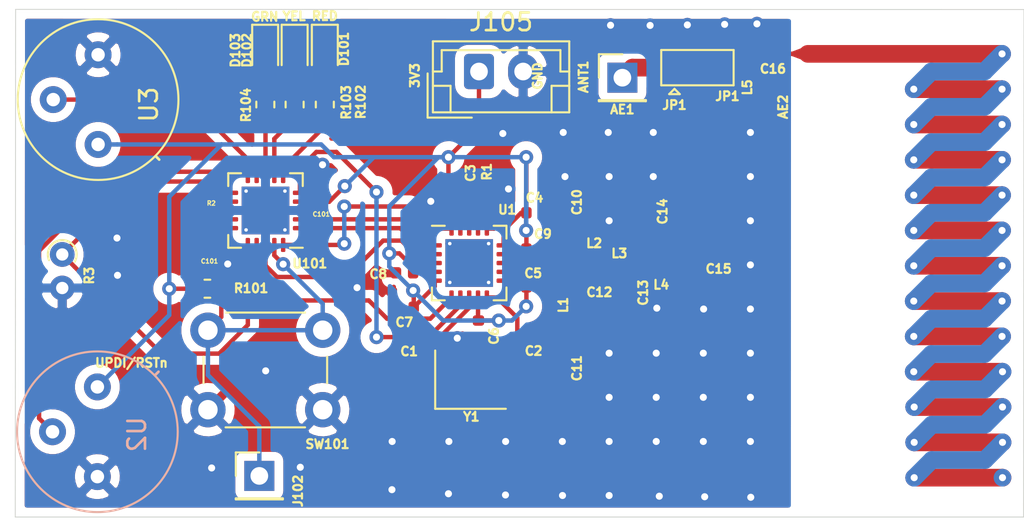
<source format=kicad_pcb>
(kicad_pcb (version 20171130) (host pcbnew "(5.1.5)-3")
  (layers (0 F.Cu signal) (31 B.Cu signal) (34 B.Paste user) (35 F.Paste user) (36 B.SilkS user) (37 F.SilkS user) (38 B.Mask user) (39 F.Mask user) (44 Edge.Cuts user))
  (net 0 "")
  (net 1 "Net-(AE1-Pad1)")
  (net 2 GND)
  (net 3 +3V3)
  (net 4 "Net-(C11-Pad1)")
  (net 5 "Net-(C13-Pad1)")
  (net 6 "Net-(AE2-Pad1)")
  (net 7 "Net-(C16-Pad2)")
  (net 8 /Sheet6001F837/Q1)
  (net 9 /Sheet6001F837/Q2)
  (net 10 /Sheet6001F837/RFN)
  (net 11 "Net-(C12-Pad1)")
  (net 12 /Sheet6001F837/RFP)
  (net 13 "Net-(C14-Pad2)")
  (net 14 "Net-(C15-Pad2)")
  (net 15 "Net-(D101-Pad2)")
  (net 16 "Net-(D102-Pad2)")
  (net 17 "Net-(D103-Pad2)")
  (net 18 /Sheet6001F810/RESETn_UPDI)
  (net 19 "Net-(R1-Pad2)")
  (net 20 /Sheet6001F810/RED)
  (net 21 /Sheet6001F810/YELLOW)
  (net 22 /Sheet6001F810/GREEN)
  (net 23 /Sheet6001F810/SCK)
  (net 24 /Sheet6001F810/MISO)
  (net 25 /Sheet6001F810/GDO2)
  (net 26 /Sheet6001F810/GDO0)
  (net 27 /Sheet6001F837/CSn)
  (net 28 /Sheet6001F810/MOSI)
  (net 29 /Sheet5FFE69EF/to_LDR)
  (net 30 /Sheet5FFE69EF/LDR)
  (net 31 /Sheet5FFE69EF/PIR_1)
  (net 32 /Sheet5FFE69EF/PIR_2)
  (net 33 "Net-(U101-Pad14)")
  (net 34 "Net-(U101-Pad13)")
  (net 35 "Net-(U101-Pad12)")
  (module Connector_JST:JST_EH_B2B-EH-A_1x02_P2.50mm_Vertical (layer F.Cu) (at 150.13 119.05)
    (fp_text reference J105 (at 1.25 -2.8) (layer F.SilkS))
    (fp_text value extenal_battery)
    (pad 2 thru_hole oval (at 2.5 0) (size 1.7 2) (drill 1) (layers *.Cu *.Mask) (net 2 GND))
    (pad 1 thru_hole roundrect (at 0 0) (size 1.7 2) (drill 1) (layers *.Cu *.Mask) (roundrect_rratio 0.147059) (net 3 +3V3))
  )
  (module Capacitor_SMD:C_0402_1005Metric (layer F.Cu) (at 141.2 125.94 90)
    (fp_text reference C101 (at -1.19 0) (layer F.SilkS) (effects (font (size 0.25 0.25) (thickness 0.0625))))
    (fp_text value "0.1uF, 10V")
    (pad 2 smd roundrect (at 0.485 0 90) (size 0.59 0.64) (layers F.Cu F.Paste F.Mask) (net 2 GND))
    (pad 1 smd roundrect (at -0.485 0 90) (size 0.59 0.64) (layers F.Cu F.Paste F.Mask) (net 3 +3V3))
  )
  (module CUSTOM:digital_PIR_sensor (layer B.Cu) (at 128.52 139.45 90)
    (fp_text reference U2 (at -0.15 2.24 270) (layer B.SilkS) (effects (justify mirror)))
    (fp_text value PIR_digital_sensor)
    (pad 3 thru_hole circle (at -2.54 0 90) (size 1.524 1.524) (drill 0.762) (layers *.Cu *.Mask) (net 2 GND))
    (pad 2 thru_hole circle (at 0 -2.54 90) (size 1.524 1.524) (drill 0.762) (layers *.Cu *.Mask) (net 31 /Sheet5FFE69EF/PIR_1))
    (pad 1 thru_hole circle (at 2.54 0 90) (size 1.524 1.524) (drill 0.762) (layers *.Cu *.Mask) (net 3 +3V3))
  )
  (module CUSTOM:digital_PIR_sensor (layer F.Cu) (at 128.56 120.64 270)
    (fp_text reference U3 (at 0.28 -2.87 90) (layer F.SilkS))
    (fp_text value PIR_digital_sensor)
    (pad 3 thru_hole circle (at -2.54 0 270) (size 1.524 1.524) (drill 0.762) (layers *.Cu *.Mask) (net 2 GND))
    (pad 2 thru_hole circle (at 0 2.54 270) (size 1.524 1.524) (drill 0.762) (layers *.Cu *.Mask) (net 32 /Sheet5FFE69EF/PIR_2))
    (pad 1 thru_hole circle (at 2.54 0 270) (size 1.524 1.524) (drill 0.762) (layers *.Cu *.Mask) (net 3 +3V3))
  )
  (module Resistor_SMD:R_0201_0603Metric (layer F.Cu) (at 134.97 125.6 270)
    (fp_text reference R2 (at 0.91 0 180) (layer F.SilkS) (effects (font (size 0.25 0.25) (thickness 0.0625))))
    (fp_text value 20k)
    (pad 2 smd roundrect (at 0.32 0 270) (size 0.46 0.4) (layers F.Cu F.Mask) (net 29 /Sheet5FFE69EF/to_LDR))
    (pad 1 smd roundrect (at -0.32 0 270) (size 0.46 0.4) (layers F.Cu F.Mask) (net 30 /Sheet5FFE69EF/LDR))
  )
  (module Resistor_THT:R_Axial_DIN0204_L3.6mm_D1.6mm_P1.90mm_Vertical (layer F.Cu) (at 126.53 129.41 270)
    (fp_text reference R3 (at 1.2 -1.53 90) (layer F.SilkS) (effects (font (size 0.5 0.5) (thickness 0.125))))
    (fp_text value LDR_443700)
    (pad 2 thru_hole oval (at 1.9 0 270) (size 1.4 1.4) (drill 0.7) (layers *.Cu *.Mask) (net 2 GND))
    (pad 1 thru_hole circle (at 0 0 270) (size 1.4 1.4) (drill 0.7) (layers *.Cu *.Mask) (net 30 /Sheet5FFE69EF/LDR))
  )
  (module Connector_PinHeader_2.54mm:PinHeader_1x01_P2.54mm_Vertical (layer F.Cu) (at 158.25 119.4)
    (fp_text reference AE1 (at 0 1.8) (layer F.SilkS) (effects (font (size 0.5 0.5) (thickness 0.125))))
    (fp_text value Antenna)
    (pad 1 thru_hole rect (at 0 0) (size 1.7 1.7) (drill 1) (layers *.Cu *.Mask) (net 1 "Net-(AE1-Pad1)"))
  )
  (module Capacitor_SMD:C_0402_1005Metric (layer F.Cu) (at 146.365 135.7 180)
    (fp_text reference C1 (at 0.19 0.8) (layer F.SilkS) (effects (font (size 0.5 0.5) (thickness 0.125))))
    (fp_text value 12pF)
    (pad 2 smd roundrect (at 0.485 0 180) (size 0.59 0.64) (layers F.Cu F.Paste F.Mask) (net 2 GND))
    (pad 1 smd roundrect (at -0.485 0 180) (size 0.59 0.64) (layers F.Cu F.Paste F.Mask) (net 8 /Sheet6001F837/Q1))
  )
  (module Capacitor_SMD:C_0402_1005Metric (layer F.Cu) (at 152.785 135.7)
    (fp_text reference C2 (at 0.44 -0.825) (layer F.SilkS) (effects (font (size 0.5 0.5) (thickness 0.125))))
    (fp_text value 15pF)
    (pad 1 smd roundrect (at -0.485 0) (size 0.59 0.64) (layers F.Cu F.Paste F.Mask) (net 9 /Sheet6001F837/Q2))
    (pad 2 smd roundrect (at 0.485 0) (size 0.59 0.64) (layers F.Cu F.Paste F.Mask) (net 2 GND))
  )
  (module Capacitor_SMD:C_0402_1005Metric (layer F.Cu) (at 149.6 126.215 90)
    (fp_text reference C3 (at 1.415 0.05 90) (layer F.SilkS) (effects (font (size 0.5 0.5) (thickness 0.125))))
    (fp_text value 0.1uF)
    (pad 2 smd roundrect (at 0.485 0 90) (size 0.59 0.64) (layers F.Cu F.Paste F.Mask) (net 2 GND))
    (pad 1 smd roundrect (at -0.485 0 90) (size 0.59 0.64) (layers F.Cu F.Paste F.Mask) (net 3 +3V3))
  )
  (module Capacitor_SMD:C_0402_1005Metric (layer F.Cu) (at 153.3 127.05)
    (fp_text reference C4 (at -0.025 -0.85) (layer F.SilkS) (effects (font (size 0.5 0.5) (thickness 0.125))))
    (fp_text value 0.1uF)
    (pad 2 smd roundrect (at 0.485 0) (size 0.59 0.64) (layers F.Cu F.Paste F.Mask) (net 2 GND))
    (pad 1 smd roundrect (at -0.485 0) (size 0.59 0.64) (layers F.Cu F.Paste F.Mask) (net 3 +3V3))
  )
  (module Capacitor_SMD:C_0402_1005Metric (layer F.Cu) (at 153.3 131.25)
    (fp_text reference C5 (at -0.1 -0.775) (layer F.SilkS) (effects (font (size 0.5 0.5) (thickness 0.125))))
    (fp_text value 0.1uF)
    (pad 1 smd roundrect (at -0.485 0) (size 0.59 0.64) (layers F.Cu F.Paste F.Mask) (net 3 +3V3))
    (pad 2 smd roundrect (at 0.485 0) (size 0.59 0.64) (layers F.Cu F.Paste F.Mask) (net 2 GND))
  )
  (module Capacitor_SMD:C_0402_1005Metric (layer F.Cu) (at 150.1 133.635 270)
    (fp_text reference C6 (at 0.39 -0.875 90) (layer F.SilkS) (effects (font (size 0.5 0.5) (thickness 0.125))))
    (fp_text value 0.1uF)
    (pad 1 smd roundrect (at -0.485 0 270) (size 0.59 0.64) (layers F.Cu F.Paste F.Mask) (net 3 +3V3))
    (pad 2 smd roundrect (at 0.485 0 270) (size 0.59 0.64) (layers F.Cu F.Paste F.Mask) (net 2 GND))
  )
  (module Capacitor_SMD:C_0402_1005Metric (layer F.Cu) (at 145.95 132.4 180)
    (fp_text reference C7 (at 0.05 -0.85) (layer F.SilkS) (effects (font (size 0.5 0.5) (thickness 0.125))))
    (fp_text value 0.1uF)
    (pad 2 smd roundrect (at 0.485 0 180) (size 0.59 0.64) (layers F.Cu F.Paste F.Mask) (net 2 GND))
    (pad 1 smd roundrect (at -0.485 0 180) (size 0.59 0.64) (layers F.Cu F.Paste F.Mask) (net 3 +3V3))
  )
  (module Capacitor_SMD:C_0402_1005Metric (layer F.Cu) (at 145.915 130.45 180)
    (fp_text reference C8 (at 1.49 -0.075) (layer F.SilkS) (effects (font (size 0.5 0.5) (thickness 0.125))))
    (fp_text value 0.1uF)
    (pad 2 smd roundrect (at 0.485 0 180) (size 0.59 0.64) (layers F.Cu F.Paste F.Mask) (net 2 GND))
    (pad 1 smd roundrect (at -0.485 0 180) (size 0.59 0.64) (layers F.Cu F.Paste F.Mask) (net 3 +3V3))
  )
  (module Capacitor_SMD:C_0402_1005Metric (layer F.Cu) (at 153.3 129.1)
    (fp_text reference C9 (at 0.45 -0.85) (layer F.SilkS) (effects (font (size 0.5 0.5) (thickness 0.125))))
    (fp_text value 0.1uF)
    (pad 2 smd roundrect (at 0.485 0) (size 0.59 0.64) (layers F.Cu F.Paste F.Mask) (net 2 GND))
    (pad 1 smd roundrect (at -0.485 0) (size 0.59 0.64) (layers F.Cu F.Paste F.Mask) (net 3 +3V3))
  )
  (module Capacitor_SMD:C_0402_1005Metric (layer F.Cu) (at 155.7 128.175 270)
    (fp_text reference C10 (at -1.725 0.025 90) (layer F.SilkS) (effects (font (size 0.5 0.5) (thickness 0.125))))
    (fp_text value 3.9pF)
    (pad 1 smd roundrect (at -0.485 0 270) (size 0.59 0.64) (layers F.Cu F.Paste F.Mask) (net 2 GND))
    (pad 2 smd roundrect (at 0.485 0 270) (size 0.59 0.64) (layers F.Cu F.Paste F.Mask) (net 10 /Sheet6001F837/RFN))
  )
  (module Capacitor_SMD:C_0402_1005Metric (layer F.Cu) (at 155.7 134.15 270)
    (fp_text reference C11 (at 1.7 0.025 90) (layer F.SilkS) (effects (font (size 0.5 0.5) (thickness 0.125))))
    (fp_text value 220pF)
    (pad 2 smd roundrect (at 0.485 0 270) (size 0.59 0.64) (layers F.Cu F.Paste F.Mask) (net 2 GND))
    (pad 1 smd roundrect (at -0.485 0 270) (size 0.59 0.64) (layers F.Cu F.Paste F.Mask) (net 4 "Net-(C11-Pad1)"))
  )
  (module Capacitor_SMD:C_0402_1005Metric (layer F.Cu) (at 156.16 130.66 180)
    (fp_text reference C12 (at -0.79 -0.89 180) (layer F.SilkS) (effects (font (size 0.5 0.5) (thickness 0.125))))
    (fp_text value 3.9pF)
    (pad 1 smd roundrect (at -0.485 0 180) (size 0.59 0.64) (layers F.Cu F.Paste F.Mask) (net 11 "Net-(C12-Pad1)"))
    (pad 2 smd roundrect (at 0.485 0 180) (size 0.59 0.64) (layers F.Cu F.Paste F.Mask) (net 12 /Sheet6001F837/RFP))
  )
  (module Capacitor_SMD:C_0402_1005Metric (layer F.Cu) (at 158.56 131.68 270)
    (fp_text reference C13 (at -0.105 -0.865 90) (layer F.SilkS) (effects (font (size 0.5 0.5) (thickness 0.125))))
    (fp_text value 8.2pF)
    (pad 1 smd roundrect (at -0.485 0 270) (size 0.59 0.64) (layers F.Cu F.Paste F.Mask) (net 5 "Net-(C13-Pad1)"))
    (pad 2 smd roundrect (at 0.485 0 270) (size 0.59 0.64) (layers F.Cu F.Paste F.Mask) (net 2 GND))
  )
  (module Capacitor_SMD:C_0402_1005Metric (layer F.Cu) (at 160.52 128.74 270)
    (fp_text reference C14 (at -1.765 -0.005 90) (layer F.SilkS) (effects (font (size 0.5 0.5) (thickness 0.125))))
    (fp_text value 5.6pF)
    (pad 2 smd roundrect (at 0.485 0 270) (size 0.59 0.64) (layers F.Cu F.Paste F.Mask) (net 13 "Net-(C14-Pad2)"))
    (pad 1 smd roundrect (at -0.485 0 270) (size 0.59 0.64) (layers F.Cu F.Paste F.Mask) (net 2 GND))
  )
  (module Capacitor_SMD:C_0402_1005Metric (layer F.Cu) (at 162.02 130.2)
    (fp_text reference C15 (at 1.68 0.025) (layer F.SilkS) (effects (font (size 0.5 0.5) (thickness 0.125))))
    (fp_text value 220pF)
    (pad 2 smd roundrect (at 0.485 0) (size 0.59 0.64) (layers F.Cu F.Paste F.Mask) (net 14 "Net-(C15-Pad2)"))
    (pad 1 smd roundrect (at -0.485 0) (size 0.59 0.64) (layers F.Cu F.Paste F.Mask) (net 13 "Net-(C14-Pad2)"))
  )
  (module Capacitor_SMD:C_0402_1005Metric (layer F.Cu) (at 166.835 118.05 180)
    (fp_text reference C16 (at 0.06 -0.85) (layer F.SilkS) (effects (font (size 0.5 0.5) (thickness 0.125))))
    (fp_text value "0.9 pF")
    (pad 2 smd roundrect (at 0.485 0 180) (size 0.59 0.64) (layers F.Cu F.Paste F.Mask) (net 7 "Net-(C16-Pad2)"))
    (pad 1 smd roundrect (at -0.485 0 180) (size 0.59 0.64) (layers F.Cu F.Paste F.Mask) (net 6 "Net-(AE2-Pad1)"))
  )
  (module Inductor_SMD:L_0402_1005Metric (layer F.Cu) (at 155.7 132.2 90)
    (fp_text reference L1 (at -0.075 -0.8 90) (layer F.SilkS) (effects (font (size 0.5 0.5) (thickness 0.125))))
    (fp_text value 27nH)
    (pad 1 smd roundrect (at -0.485 0 90) (size 0.59 0.64) (layers F.Cu F.Paste F.Mask) (net 4 "Net-(C11-Pad1)"))
    (pad 2 smd roundrect (at 0.485 0 90) (size 0.59 0.64) (layers F.Cu F.Paste F.Mask) (net 12 /Sheet6001F837/RFP))
  )
  (module Inductor_SMD:L_0402_1005Metric (layer F.Cu) (at 156.16 129.65)
    (fp_text reference L2 (at 0.49 -0.875 180) (layer F.SilkS) (effects (font (size 0.5 0.5) (thickness 0.125))))
    (fp_text value 27nH)
    (pad 2 smd roundrect (at 0.485 0) (size 0.59 0.64) (layers F.Cu F.Paste F.Mask) (net 11 "Net-(C12-Pad1)"))
    (pad 1 smd roundrect (at -0.485 0) (size 0.59 0.64) (layers F.Cu F.Paste F.Mask) (net 10 /Sheet6001F837/RFN))
  )
  (module Inductor_SMD:L_0402_1005Metric (layer F.Cu) (at 158.09 130.2 180)
    (fp_text reference L3 (at 0.015 0.85) (layer F.SilkS) (effects (font (size 0.5 0.5) (thickness 0.125))))
    (fp_text value 22nH)
    (pad 1 smd roundrect (at -0.485 0 180) (size 0.59 0.64) (layers F.Cu F.Paste F.Mask) (net 5 "Net-(C13-Pad1)"))
    (pad 2 smd roundrect (at 0.485 0 180) (size 0.59 0.64) (layers F.Cu F.Paste F.Mask) (net 11 "Net-(C12-Pad1)"))
  )
  (module Inductor_SMD:L_0402_1005Metric (layer F.Cu) (at 160.05 130.2 180)
    (fp_text reference L4 (at -0.4 -0.925) (layer F.SilkS) (effects (font (size 0.5 0.5) (thickness 0.125))))
    (fp_text value 27nH)
    (pad 2 smd roundrect (at 0.485 0 180) (size 0.59 0.64) (layers F.Cu F.Paste F.Mask) (net 5 "Net-(C13-Pad1)"))
    (pad 1 smd roundrect (at -0.485 0 180) (size 0.59 0.64) (layers F.Cu F.Paste F.Mask) (net 13 "Net-(C14-Pad2)"))
  )
  (module Inductor_SMD:L_0402_1005Metric (layer F.Cu) (at 165.35 118.51 270)
    (fp_text reference L5 (at 1.44 0.025 90) (layer F.SilkS) (effects (font (size 0.5 0.5) (thickness 0.125))))
    (fp_text value 56nH)
    (pad 2 smd roundrect (at 0.485 0 270) (size 0.59 0.64) (layers F.Cu F.Paste F.Mask) (net 2 GND))
    (pad 1 smd roundrect (at -0.485 0 270) (size 0.59 0.64) (layers F.Cu F.Paste F.Mask) (net 7 "Net-(C16-Pad2)"))
  )
  (module Package_DFN_QFN:QFN-20-1EP_4x4mm_P0.5mm_EP2.7x2.7mm_ThermalVias (layer F.Cu) (at 149.575001 129.895001)
    (fp_text reference U1 (at 2.149999 -3.020001) (layer F.SilkS) (effects (font (size 0.5 0.5) (thickness 0.125))))
    (fp_text value CC110L)
    (pad 1 smd roundrect (at -1.95 -1) (size 0.8 0.25) (layers F.Cu F.Paste F.Mask) (net 23 /Sheet6001F810/SCK))
    (pad 2 smd roundrect (at -1.95 -0.5) (size 0.8 0.25) (layers F.Cu F.Paste F.Mask) (net 24 /Sheet6001F810/MISO))
    (pad 3 smd roundrect (at -1.95 0) (size 0.8 0.25) (layers F.Cu F.Paste F.Mask) (net 25 /Sheet6001F810/GDO2))
    (pad 4 smd roundrect (at -1.95 0.5) (size 0.8 0.25) (layers F.Cu F.Paste F.Mask) (net 3 +3V3))
    (pad 5 smd roundrect (at -1.95 1) (size 0.8 0.25) (layers F.Cu F.Paste F.Mask) (net 3 +3V3))
    (pad 6 smd roundrect (at -1 1.95) (size 0.25 0.8) (layers F.Cu F.Paste F.Mask) (net 26 /Sheet6001F810/GDO0))
    (pad 7 smd roundrect (at -0.5 1.95) (size 0.25 0.8) (layers F.Cu F.Paste F.Mask) (net 27 /Sheet6001F837/CSn))
    (pad 8 smd roundrect (at 0 1.95) (size 0.25 0.8) (layers F.Cu F.Paste F.Mask) (net 8 /Sheet6001F837/Q1))
    (pad 9 smd roundrect (at 0.5 1.95) (size 0.25 0.8) (layers F.Cu F.Paste F.Mask) (net 3 +3V3))
    (pad 10 smd roundrect (at 1 1.95) (size 0.25 0.8) (layers F.Cu F.Paste F.Mask) (net 9 /Sheet6001F837/Q2))
    (pad 11 smd roundrect (at 1.95 1) (size 0.8 0.25) (layers F.Cu F.Paste F.Mask) (net 3 +3V3))
    (pad 12 smd roundrect (at 1.95 0.5) (size 0.8 0.25) (layers F.Cu F.Paste F.Mask) (net 12 /Sheet6001F837/RFP))
    (pad 13 smd roundrect (at 1.95 0) (size 0.8 0.25) (layers F.Cu F.Paste F.Mask) (net 10 /Sheet6001F837/RFN))
    (pad 14 smd roundrect (at 1.95 -0.5) (size 0.8 0.25) (layers F.Cu F.Paste F.Mask) (net 3 +3V3))
    (pad 15 smd roundrect (at 1.95 -1) (size 0.8 0.25) (layers F.Cu F.Paste F.Mask) (net 3 +3V3))
    (pad 16 smd roundrect (at 1 -1.95) (size 0.25 0.8) (layers F.Cu F.Paste F.Mask) (net 2 GND))
    (pad 17 smd roundrect (at 0.5 -1.95) (size 0.25 0.8) (layers F.Cu F.Paste F.Mask) (net 19 "Net-(R1-Pad2)"))
    (pad 18 smd roundrect (at 0 -1.95) (size 0.25 0.8) (layers F.Cu F.Paste F.Mask) (net 3 +3V3))
    (pad 19 smd roundrect (at -0.5 -1.95) (size 0.25 0.8) (layers F.Cu F.Paste F.Mask) (net 2 GND))
    (pad 20 smd roundrect (at -1 -1.95) (size 0.25 0.8) (layers F.Cu F.Paste F.Mask) (net 28 /Sheet6001F810/MOSI))
    (pad 21 smd rect (at 0 0) (size 2.7 2.7) (layers F.Cu F.Mask))
    (pad 21 thru_hole circle (at -1.1 -1.1) (size 0.5 0.5) (drill 0.2) (layers *.Cu))
    (pad 21 thru_hole circle (at 1.1 -1.1) (size 0.5 0.5) (drill 0.2) (layers *.Cu))
    (pad 21 thru_hole circle (at -1.1 1.1) (size 0.5 0.5) (drill 0.2) (layers *.Cu))
    (pad 21 thru_hole circle (at 1.1 1.1) (size 0.5 0.5) (drill 0.2) (layers *.Cu))
    (pad 21 smd rect (at 0 0) (size 2.7 2.7) (layers B.Cu))
  )
  (module Crystal:Crystal_SMD_3225-4Pin_3.2x2.5mm (layer F.Cu) (at 149.65 136.5)
    (fp_text reference Y1 (at 0.05 2.1) (layer F.SilkS) (effects (font (size 0.5 0.5) (thickness 0.125))))
    (fp_text value "26MHz Crystal, 10pF")
    (pad 1 smd rect (at -1.1 0.85) (size 1.4 1.2) (layers F.Cu F.Paste F.Mask) (net 8 /Sheet6001F837/Q1))
    (pad 2 smd rect (at 1.1 0.85) (size 1.4 1.2) (layers F.Cu F.Paste F.Mask) (net 2 GND))
    (pad 3 smd rect (at 1.1 -0.85) (size 1.4 1.2) (layers F.Cu F.Paste F.Mask) (net 9 /Sheet6001F837/Q2))
    (pad 4 smd rect (at -1.1 -0.85) (size 1.4 1.2) (layers F.Cu F.Paste F.Mask) (net 2 GND))
  )
  (module mylib:433MhZ_basedOn_Texas_SWRA416_868MHz_915MHz (layer F.Cu) (at 173.95 127.05 270)
    (fp_text reference AE2 (at -6 6.6 90) (layer F.SilkS) (effects (font (size 0.5 0.5) (thickness 0.125))))
    (fp_text value Antenna)
    (fp_line (start 13 -5.825) (end 13 -0.825) (layer F.Cu) (width 1))
    (fp_line (start 9 -5.825) (end 10 -4.825) (layer B.Cu) (width 1))
    (fp_line (start 10 -1.825) (end 11 -0.825) (layer B.Cu) (width 1))
    (fp_line (start 14 -4.825) (end 14 -1.825) (layer B.Cu) (width 1))
    (fp_line (start 15 -5.825) (end 15 -0.825) (layer F.Cu) (width 1))
    (fp_line (start 11 -5.825) (end 12 -4.825) (layer B.Cu) (width 1))
    (fp_line (start 12 -4.825) (end 12 -1.825) (layer B.Cu) (width 1))
    (fp_line (start 12 -1.825) (end 13 -0.825) (layer B.Cu) (width 1))
    (fp_line (start 14 -1.825) (end 15 -0.825) (layer B.Cu) (width 1))
    (fp_line (start 11 -5.825) (end 11 -0.825) (layer F.Cu) (width 1))
    (fp_line (start 13 -5.825) (end 14 -4.825) (layer B.Cu) (width 1))
    (fp_line (start 10 -4.825) (end 10 -1.825) (layer B.Cu) (width 1))
    (fp_line (start 7 -5.8) (end 8 -4.8) (layer B.Cu) (width 1))
    (fp_line (start 8 -1.8) (end 9 -0.8) (layer B.Cu) (width 1))
    (fp_line (start 8 -4.8) (end 8 -1.8) (layer B.Cu) (width 1))
    (fp_line (start 9 -5.8) (end 9 -0.8) (layer F.Cu) (width 1))
    (fp_line (start 5 -5.8) (end 6 -4.8) (layer B.Cu) (width 1))
    (fp_line (start 6 -1.8) (end 7 -0.8) (layer B.Cu) (width 1))
    (fp_line (start 6 -4.8) (end 6 -1.8) (layer B.Cu) (width 1))
    (fp_line (start 7 -5.8) (end 7 -0.8) (layer F.Cu) (width 1))
    (fp_line (start 3 -5.8) (end 4 -4.8) (layer B.Cu) (width 1))
    (fp_line (start 4 -1.8) (end 5 -0.8) (layer B.Cu) (width 1))
    (fp_line (start 4 -4.8) (end 4 -1.8) (layer B.Cu) (width 1))
    (fp_line (start 5 -5.8) (end 5 -0.8) (layer F.Cu) (width 1))
    (fp_line (start 1 -5.8) (end 2 -4.8) (layer B.Cu) (width 1))
    (fp_line (start 2 -1.8) (end 3 -0.8) (layer B.Cu) (width 1))
    (fp_line (start 2 -4.8) (end 2 -1.8) (layer B.Cu) (width 1))
    (fp_line (start 3 -5.8) (end 3 -0.8) (layer F.Cu) (width 1))
    (fp_line (start -1 -5.8) (end 0 -4.8) (layer B.Cu) (width 1))
    (fp_line (start 0 -1.8) (end 1 -0.8) (layer B.Cu) (width 1))
    (fp_line (start 0 -4.8) (end 0 -1.8) (layer B.Cu) (width 1))
    (fp_line (start 1 -5.8) (end 1 -0.8) (layer F.Cu) (width 1))
    (fp_line (start -3 -5.8) (end -2 -4.8) (layer B.Cu) (width 1))
    (fp_line (start -2 -1.8) (end -1 -0.8) (layer B.Cu) (width 1))
    (fp_line (start -2 -4.8) (end -2 -1.8) (layer B.Cu) (width 1))
    (fp_line (start -1 -5.8) (end -1 -0.8) (layer F.Cu) (width 1))
    (fp_line (start -4 -4.8) (end -4 -1.8) (layer B.Cu) (width 1))
    (fp_line (start -5 -5.8) (end -4 -4.8) (layer B.Cu) (width 1))
    (fp_line (start -4 -1.8) (end -3 -0.8) (layer B.Cu) (width 1))
    (fp_line (start -3 -5.8) (end -3 -0.8) (layer F.Cu) (width 1))
    (fp_line (start -6 -4.8) (end -6 -1.8) (layer B.Cu) (width 1))
    (fp_line (start -7 -5.8) (end -6 -4.8) (layer B.Cu) (width 1))
    (fp_line (start -6 -1.8) (end -5 -0.8) (layer B.Cu) (width 1))
    (fp_line (start -5 -5.8) (end -5 -0.8) (layer F.Cu) (width 1))
    (fp_line (start -7 -5.8) (end -7 -0.8) (layer F.Cu) (width 1))
    (fp_line (start -9 5.2) (end -9 -5.8) (layer F.Cu) (width 1))
    (fp_line (start -9 -5.8) (end -8 -4.8) (layer B.Cu) (width 1))
    (fp_line (start -8 -4.8) (end -8 -1.8) (layer B.Cu) (width 1))
    (fp_line (start -8 -1.8) (end -7 -0.8) (layer B.Cu) (width 1))
    (pad "" thru_hole circle (at 15 -5.825 90) (size 1 1) (drill 0.4) (layers *.Cu))
    (pad "" thru_hole circle (at 9 -5.825 90) (size 1 1) (drill 0.4) (layers *.Cu))
    (pad "" thru_hole circle (at 13 -0.825 90) (size 1 1) (drill 0.4) (layers *.Cu))
    (pad "" thru_hole circle (at 15 -0.825 90) (size 1 1) (drill 0.4) (layers *.Cu))
    (pad "" thru_hole circle (at 13 -5.825 90) (size 1 1) (drill 0.4) (layers *.Cu))
    (pad "" thru_hole circle (at 11 -5.825 90) (size 1 1) (drill 0.4) (layers *.Cu))
    (pad "" thru_hole circle (at 11 -0.825 90) (size 1 1) (drill 0.4) (layers *.Cu))
    (pad "" thru_hole circle (at 9 -0.8 90) (size 1 1) (drill 0.4) (layers *.Cu))
    (pad "" thru_hole circle (at 7 -5.8 90) (size 1 1) (drill 0.4) (layers *.Cu))
    (pad "" thru_hole circle (at 7 -0.8 90) (size 1 1) (drill 0.4) (layers *.Cu))
    (pad "" thru_hole circle (at 5 -0.8 90) (size 1 1) (drill 0.4) (layers *.Cu))
    (pad "" thru_hole circle (at 5 -5.8 90) (size 1 1) (drill 0.4) (layers *.Cu))
    (pad "" thru_hole circle (at 3 -0.8 90) (size 1 1) (drill 0.4) (layers *.Cu))
    (pad "" thru_hole circle (at 3 -5.8 90) (size 1 1) (drill 0.4) (layers *.Cu))
    (pad "" thru_hole circle (at 1 -5.8 90) (size 1 1) (drill 0.4) (layers *.Cu))
    (pad "" thru_hole circle (at 1 -0.8 90) (size 1 1) (drill 0.4) (layers *.Cu))
    (pad "" thru_hole circle (at -1 -0.8 90) (size 1 1) (drill 0.4) (layers *.Cu))
    (pad "" thru_hole circle (at -1 -5.8 90) (size 1 1) (drill 0.4) (layers *.Cu))
    (pad "" thru_hole circle (at -3 -5.8 90) (size 1 1) (drill 0.4) (layers *.Cu))
    (pad "" thru_hole circle (at -3 -0.8 90) (size 1 1) (drill 0.4) (layers *.Cu))
    (pad "" thru_hole circle (at -5 -0.8 90) (size 1 1) (drill 0.4) (layers *.Cu))
    (pad "" thru_hole circle (at -5 -5.8 90) (size 1 1) (drill 0.4) (layers *.Cu))
    (pad "" thru_hole circle (at -7 -5.8 90) (size 1 1) (drill 0.4) (layers *.Cu))
    (pad "" thru_hole circle (at -7 -0.8 90) (size 1 1) (drill 0.4) (layers *.Cu))
    (pad "" thru_hole circle (at -9 -5.8 90) (size 1 1) (drill 0.4) (layers *.Cu))
    (pad 1 smd trapezoid (at -9 5.9 90) (size 0.4 0.8) (rect_delta 0 0.3) (layers F.Cu) (net 6 "Net-(AE2-Pad1)"))
  )
  (module Jumper:SolderJumper-3_P1.3mm_Open_Pad1.0x1.5mm (layer F.Cu) (at 162.5 118.83)
    (fp_text reference JP1 (at 1.7 1.62) (layer F.SilkS) (effects (font (size 0.5 0.5) (thickness 0.125))))
    (fp_text value Jumper_3_Open)
    (pad 3 smd rect (at 1.3 0) (size 1 1.5) (layers F.Cu F.Mask) (net 7 "Net-(C16-Pad2)"))
    (pad 2 smd rect (at 0 0) (size 1 1.5) (layers F.Cu F.Mask) (net 14 "Net-(C15-Pad2)"))
    (pad 1 smd rect (at -1.3 0) (size 1 1.5) (layers F.Cu F.Mask) (net 1 "Net-(AE1-Pad1)"))
  )
  (module Capacitor_SMD:C_0402_1005Metric (layer F.Cu) (at 134.87 128.58 270)
    (fp_text reference C101 (at 1.21 0) (layer F.SilkS) (effects (font (size 0.25 0.25) (thickness 0.0625))))
    (fp_text value "0.1uF, 10V")
    (pad 1 smd roundrect (at -0.485 0 270) (size 0.59 0.64) (layers F.Cu F.Paste F.Mask) (net 3 +3V3))
    (pad 2 smd roundrect (at 0.485 0 270) (size 0.59 0.64) (layers F.Cu F.Paste F.Mask) (net 2 GND))
  )
  (module LED_SMD:LED_0603_1608Metric (layer F.Cu) (at 141.4 117.8875 270)
    (fp_text reference D101 (at -0.1125 -1.085 90) (layer F.SilkS) (effects (font (size 0.5 0.5) (thickness 0.125))))
    (fp_text value RED)
    (pad 2 smd roundrect (at 0.7875 0 270) (size 0.875 0.95) (layers F.Cu F.Paste F.Mask) (net 15 "Net-(D101-Pad2)"))
    (pad 1 smd roundrect (at -0.7875 0 270) (size 0.875 0.95) (layers F.Cu F.Paste F.Mask) (net 2 GND))
  )
  (module LED_SMD:LED_0603_1608Metric (layer F.Cu) (at 139.69 117.8875 270)
    (fp_text reference D102 (at -0.0375 2.705 90) (layer F.SilkS) (effects (font (size 0.5 0.5) (thickness 0.125))))
    (fp_text value YELLOW)
    (pad 1 smd roundrect (at -0.7875 0 270) (size 0.875 0.95) (layers F.Cu F.Paste F.Mask) (net 2 GND))
    (pad 2 smd roundrect (at 0.7875 0 270) (size 0.875 0.95) (layers F.Cu F.Paste F.Mask) (net 16 "Net-(D102-Pad2)"))
  )
  (module LED_SMD:LED_0603_1608Metric (layer F.Cu) (at 138.02 117.8875 270)
    (fp_text reference D103 (at -0.0375 1.685 90) (layer F.SilkS) (effects (font (size 0.5 0.5) (thickness 0.125))))
    (fp_text value GREEN)
    (pad 2 smd roundrect (at 0.7875 0 270) (size 0.875 0.95) (layers F.Cu F.Paste F.Mask) (net 17 "Net-(D103-Pad2)"))
    (pad 1 smd roundrect (at -0.7875 0 270) (size 0.875 0.95) (layers F.Cu F.Paste F.Mask) (net 2 GND))
  )
  (module Resistor_SMD:R_0402_1005Metric (layer F.Cu) (at 150.65 126.2 270)
    (fp_text reference R1 (at -1.475 0.075 90) (layer F.SilkS) (effects (font (size 0.5 0.5) (thickness 0.125))))
    (fp_text value 56K)
    (pad 1 smd roundrect (at -0.485 0 270) (size 0.59 0.64) (layers F.Cu F.Paste F.Mask) (net 2 GND))
    (pad 2 smd roundrect (at 0.485 0 270) (size 0.59 0.64) (layers F.Cu F.Paste F.Mask) (net 19 "Net-(R1-Pad2)"))
  )
  (module Resistor_SMD:R_0603_1608Metric (layer F.Cu) (at 134.75 131.35)
    (fp_text reference R101 (at 2.475 -0.025) (layer F.SilkS) (effects (font (size 0.5 0.5) (thickness 0.125))))
    (fp_text value 10K)
    (pad 2 smd roundrect (at 0.7875 0) (size 0.875 0.95) (layers F.Cu F.Paste F.Mask) (net 18 /Sheet6001F810/RESETn_UPDI))
    (pad 1 smd roundrect (at -0.7875 0) (size 0.875 0.95) (layers F.Cu F.Paste F.Mask) (net 3 +3V3))
  )
  (module Resistor_SMD:R_0603_1608Metric (layer F.Cu) (at 141.4 120.92 90)
    (fp_text reference R102 (at 0.145 2.035 90) (layer F.SilkS) (effects (font (size 0.5 0.5) (thickness 0.125))))
    (fp_text value 2.2K)
    (pad 2 smd roundrect (at 0.7875 0 90) (size 0.875 0.95) (layers F.Cu F.Paste F.Mask) (net 15 "Net-(D101-Pad2)"))
    (pad 1 smd roundrect (at -0.7875 0 90) (size 0.875 0.95) (layers F.Cu F.Paste F.Mask) (net 20 /Sheet6001F810/RED))
  )
  (module Resistor_SMD:R_0603_1608Metric (layer F.Cu) (at 139.69 120.92 90)
    (fp_text reference R103 (at 0.12 2.92 90) (layer F.SilkS) (effects (font (size 0.5 0.5) (thickness 0.125))))
    (fp_text value 2.2K)
    (pad 2 smd roundrect (at 0.7875 0 90) (size 0.875 0.95) (layers F.Cu F.Paste F.Mask) (net 16 "Net-(D102-Pad2)"))
    (pad 1 smd roundrect (at -0.7875 0 90) (size 0.875 0.95) (layers F.Cu F.Paste F.Mask) (net 21 /Sheet6001F810/YELLOW))
  )
  (module Button_Switch_THT:SW_PUSH_6mm (layer F.Cu) (at 134.78 133.7)
    (fp_text reference SW101 (at 6.77 6.45) (layer F.SilkS) (effects (font (size 0.5 0.5) (thickness 0.125))))
    (fp_text value SW_Push)
    (pad 1 thru_hole circle (at 6.5 0 90) (size 2 2) (drill 1.1) (layers *.Cu *.Mask) (net 18 /Sheet6001F810/RESETn_UPDI))
    (pad 2 thru_hole circle (at 6.5 4.5 90) (size 2 2) (drill 1.1) (layers *.Cu *.Mask) (net 2 GND))
    (pad 1 thru_hole circle (at 0 0 90) (size 2 2) (drill 1.1) (layers *.Cu *.Mask) (net 18 /Sheet6001F810/RESETn_UPDI))
    (pad 2 thru_hole circle (at 0 4.5 90) (size 2 2) (drill 1.1) (layers *.Cu *.Mask) (net 2 GND))
  )
  (module Package_DFN_QFN:QFN-20-1EP_4x4mm_P0.5mm_EP2.7x2.7mm_ThermalVias (layer F.Cu) (at 138.04 126.92 180)
    (fp_text reference U101 (at -2.51 -3.005) (layer F.SilkS) (effects (font (size 0.5 0.5) (thickness 0.125))))
    (fp_text value ATtiny1606-M)
    (pad 21 smd rect (at 0 0 180) (size 2.7 2.7) (layers B.Cu) (net 2 GND))
    (pad 21 thru_hole circle (at 1.1 1.1 180) (size 0.5 0.5) (drill 0.2) (layers *.Cu) (net 2 GND))
    (pad 21 thru_hole circle (at -1.1 1.1 180) (size 0.5 0.5) (drill 0.2) (layers *.Cu) (net 2 GND))
    (pad 21 thru_hole circle (at 1.1 -1.1 180) (size 0.5 0.5) (drill 0.2) (layers *.Cu) (net 2 GND))
    (pad 21 thru_hole circle (at -1.1 -1.1 180) (size 0.5 0.5) (drill 0.2) (layers *.Cu) (net 2 GND))
    (pad 21 smd rect (at 0 0 180) (size 2.7 2.7) (layers F.Cu F.Mask) (net 2 GND))
    (pad 20 smd roundrect (at -1 -1.95 180) (size 0.25 0.8) (layers F.Cu F.Paste F.Mask) (net 28 /Sheet6001F810/MOSI))
    (pad 19 smd roundrect (at -0.5 -1.95 180) (size 0.25 0.8) (layers F.Cu F.Paste F.Mask) (net 18 /Sheet6001F810/RESETn_UPDI))
    (pad 18 smd roundrect (at 0 -1.95 180) (size 0.25 0.8) (layers F.Cu F.Paste F.Mask) (net 25 /Sheet6001F810/GDO2))
    (pad 17 smd roundrect (at 0.5 -1.95 180) (size 0.25 0.8) (layers F.Cu F.Paste F.Mask) (net 26 /Sheet6001F810/GDO0))
    (pad 16 smd roundrect (at 1 -1.95 180) (size 0.25 0.8) (layers F.Cu F.Paste F.Mask) (net 30 /Sheet5FFE69EF/LDR))
    (pad 15 smd roundrect (at 1.95 -1 180) (size 0.8 0.25) (layers F.Cu F.Paste F.Mask) (net 3 +3V3))
    (pad 14 smd roundrect (at 1.95 -0.5 180) (size 0.8 0.25) (layers F.Cu F.Paste F.Mask) (net 33 "Net-(U101-Pad14)"))
    (pad 13 smd roundrect (at 1.95 0 180) (size 0.8 0.25) (layers F.Cu F.Paste F.Mask) (net 34 "Net-(U101-Pad13)"))
    (pad 12 smd roundrect (at 1.95 0.5 180) (size 0.8 0.25) (layers F.Cu F.Paste F.Mask) (net 35 "Net-(U101-Pad12)"))
    (pad 11 smd roundrect (at 1.95 1 180) (size 0.8 0.25) (layers F.Cu F.Paste F.Mask) (net 29 /Sheet5FFE69EF/to_LDR))
    (pad 10 smd roundrect (at 1 1.95 180) (size 0.25 0.8) (layers F.Cu F.Paste F.Mask) (net 31 /Sheet5FFE69EF/PIR_1))
    (pad 9 smd roundrect (at 0.5 1.95 180) (size 0.25 0.8) (layers F.Cu F.Paste F.Mask) (net 32 /Sheet5FFE69EF/PIR_2))
    (pad 8 smd roundrect (at 0 1.95 180) (size 0.25 0.8) (layers F.Cu F.Paste F.Mask) (net 22 /Sheet6001F810/GREEN))
    (pad 7 smd roundrect (at -0.5 1.95 180) (size 0.25 0.8) (layers F.Cu F.Paste F.Mask) (net 21 /Sheet6001F810/YELLOW))
    (pad 6 smd roundrect (at -1 1.95 180) (size 0.25 0.8) (layers F.Cu F.Paste F.Mask) (net 20 /Sheet6001F810/RED))
    (pad 5 smd roundrect (at -1.95 1 180) (size 0.8 0.25) (layers F.Cu F.Paste F.Mask) (net 27 /Sheet6001F837/CSn))
    (pad 4 smd roundrect (at -1.95 0.5 180) (size 0.8 0.25) (layers F.Cu F.Paste F.Mask) (net 3 +3V3))
    (pad 3 smd roundrect (at -1.95 0 180) (size 0.8 0.25) (layers F.Cu F.Paste F.Mask) (net 2 GND))
    (pad 2 smd roundrect (at -1.95 -0.5 180) (size 0.8 0.25) (layers F.Cu F.Paste F.Mask) (net 23 /Sheet6001F810/SCK))
    (pad 1 smd roundrect (at -1.95 -1 180) (size 0.8 0.25) (layers F.Cu F.Paste F.Mask) (net 24 /Sheet6001F810/MISO))
  )
  (module Resistor_SMD:R_0603_1608Metric (layer F.Cu) (at 138.03 120.92 90)
    (fp_text reference R104 (at -0.03 -1.095 90) (layer F.SilkS) (effects (font (size 0.5 0.5) (thickness 0.125))))
    (fp_text value 2.2K)
    (pad 1 smd roundrect (at -0.7875 0 90) (size 0.875 0.95) (layers F.Cu F.Paste F.Mask) (net 22 /Sheet6001F810/GREEN))
    (pad 2 smd roundrect (at 0.7875 0 90) (size 0.875 0.95) (layers F.Cu F.Paste F.Mask) (net 17 "Net-(D103-Pad2)"))
  )
  (module Connector_PinHeader_2.54mm:PinHeader_1x01_P2.54mm_Vertical (layer F.Cu) (at 137.69 141.95)
    (fp_text reference J102 (at 2.19 0.85 90) (layer F.SilkS) (effects (font (size 0.5 0.5) (thickness 0.125))))
    (fp_text value Conn_01x01)
    (pad 1 thru_hole rect (at 0 0) (size 1.7 1.7) (drill 1) (layers *.Cu *.Mask) (net 18 /Sheet6001F810/RESETn_UPDI))
  )
  (gr_line (start 180.99 115.54) (end 123.89 115.53) (layer Edge.Cuts) (width 0.05))
  (gr_text JP1 (at 161.2 120.95) (layer F.SilkS) (effects (font (size 0.5 0.5) (thickness 0.125))))
  (gr_text GRN (at 138 115.95) (layer F.SilkS) (effects (font (size 0.5 0.5) (thickness 0.125))))
  (gr_text YEL (at 139.66 115.92) (layer F.SilkS) (effects (font (size 0.5 0.5) (thickness 0.125))))
  (gr_text RED (at 141.4 115.91) (layer F.SilkS) (effects (font (size 0.5 0.5) (thickness 0.125))))
  (gr_line (start 123.89 115.53) (end 123.87 144.28) (layer Edge.Cuts) (width 0.05))
  (gr_text ANT1 (at 156.05 119.35 90) (layer F.SilkS) (effects (font (size 0.5 0.5) (thickness 0.125))))
  (gr_text GND (at 153.45 119.3 90) (layer F.SilkS) (effects (font (size 0.5 0.5) (thickness 0.125))))
  (gr_text 3V3 (at 146.5 119.275 90) (layer F.SilkS) (effects (font (size 0.5 0.5) (thickness 0.125))))
  (gr_text UPDI/RSTn (at 130.45 135.55) (layer F.SilkS) (effects (font (size 0.5 0.5) (thickness 0.125))))
  (gr_line (start 180.97 144.28) (end 123.87 144.28) (layer Edge.Cuts) (width 0.05))
  (gr_line (start 180.99 115.54) (end 180.97 144.28) (layer Edge.Cuts) (width 0.05))
  (segment (start 158.82 118.83) (end 158.25 119.4) (width 1) (layer F.Cu) (net 1))
  (segment (start 161.2 118.83) (end 158.82 118.83) (width 1) (layer F.Cu) (net 1))
  (via (at 160.166666 137.5) (size 0.8) (drill 0.4) (layers F.Cu B.Cu) (net 2))
  (via (at 148.9 134.15) (size 0.8) (drill 0.4) (layers F.Cu B.Cu) (net 2))
  (segment (start 148.55 134.5) (end 148.9 134.15) (width 0.25) (layer F.Cu) (net 2))
  (segment (start 148.55 135.65) (end 148.55 134.5) (width 0.25) (layer F.Cu) (net 2))
  (segment (start 150.575001 127.945001) (end 150.575001 127.924999) (width 0.25) (layer F.Cu) (net 2))
  (via (at 147.4 126.4) (size 0.8) (drill 0.4) (layers F.Cu B.Cu) (net 2))
  (segment (start 147.978022 126.4) (end 147.4 126.4) (width 0.25) (layer F.Cu) (net 2))
  (segment (start 149.075001 127.496979) (end 147.978022 126.4) (width 0.25) (layer F.Cu) (net 2))
  (segment (start 149.075001 127.945001) (end 149.075001 127.496979) (width 0.25) (layer F.Cu) (net 2))
  (via (at 151.8 125.7) (size 0.8) (drill 0.4) (layers F.Cu B.Cu) (net 2))
  (segment (start 151.8 126.720002) (end 151.8 125.7) (width 0.25) (layer F.Cu) (net 2))
  (segment (start 150.575001 127.945001) (end 150.988589 127.945001) (width 0.25) (layer F.Cu) (net 2))
  (segment (start 151.8 127.13359) (end 151.8 126.720002) (width 0.25) (layer F.Cu) (net 2))
  (segment (start 150.988589 127.945001) (end 151.8 127.13359) (width 0.25) (layer F.Cu) (net 2))
  (via (at 160 122.5) (size 0.8) (drill 0.4) (layers F.Cu B.Cu) (net 2))
  (via (at 157.45 122.5) (size 0.8) (drill 0.4) (layers F.Cu B.Cu) (net 2))
  (via (at 157.5 125) (size 0.8) (drill 0.4) (layers F.Cu B.Cu) (net 2))
  (via (at 160 125) (size 0.8) (drill 0.4) (layers F.Cu B.Cu) (net 2))
  (via (at 160.166666 135) (size 0.8) (drill 0.4) (layers F.Cu B.Cu) (net 2))
  (via (at 157.5 135) (size 0.8) (drill 0.4) (layers F.Cu B.Cu) (net 2))
  (via (at 157.5 137.5) (size 0.8) (drill 0.4) (layers F.Cu B.Cu) (net 2))
  (via (at 165.5 122.5) (size 0.8) (drill 0.4) (layers F.Cu B.Cu) (net 2))
  (via (at 165.5 125) (size 0.8) (drill 0.4) (layers F.Cu B.Cu) (net 2))
  (via (at 165.5 127.5) (size 0.8) (drill 0.4) (layers F.Cu B.Cu) (net 2))
  (via (at 165.5 130) (size 0.8) (drill 0.4) (layers F.Cu B.Cu) (net 2))
  (via (at 165.5 132.5) (size 0.8) (drill 0.4) (layers F.Cu B.Cu) (net 2))
  (via (at 165.5 135) (size 0.8) (drill 0.4) (layers F.Cu B.Cu) (net 2))
  (via (at 165.5 137.5) (size 0.8) (drill 0.4) (layers F.Cu B.Cu) (net 2))
  (via (at 165.5 140) (size 0.8) (drill 0.4) (layers F.Cu B.Cu) (net 2))
  (via (at 162.833332 137.5) (size 0.8) (drill 0.4) (layers F.Cu B.Cu) (net 2))
  (via (at 162.833332 140) (size 0.8) (drill 0.4) (layers F.Cu B.Cu) (net 2))
  (via (at 160.166666 140) (size 0.8) (drill 0.4) (layers F.Cu B.Cu) (net 2))
  (via (at 157.5 140) (size 0.8) (drill 0.4) (layers F.Cu B.Cu) (net 2))
  (via (at 154.85 140) (size 0.8) (drill 0.4) (layers F.Cu B.Cu) (net 2))
  (via (at 151.6375 140) (size 0.8) (drill 0.4) (layers F.Cu B.Cu) (net 2))
  (via (at 148.425 140) (size 0.8) (drill 0.4) (layers F.Cu B.Cu) (net 2))
  (via (at 145.2125 140) (size 0.8) (drill 0.4) (layers F.Cu B.Cu) (net 2))
  (via (at 162.833332 135) (size 0.8) (drill 0.4) (layers F.Cu B.Cu) (net 2))
  (via (at 154.9 122.5) (size 0.8) (drill 0.4) (layers F.Cu B.Cu) (net 2))
  (via (at 155 125) (size 0.8) (drill 0.4) (layers F.Cu B.Cu) (net 2))
  (via (at 157.5 127.5) (size 0.8) (drill 0.4) (layers F.Cu B.Cu) (net 2))
  (segment (start 145.465 132.4) (end 145.45 132.4) (width 0.25) (layer F.Cu) (net 2))
  (segment (start 139.99 126.92) (end 138.04 126.92) (width 0.25) (layer F.Cu) (net 2))
  (via (at 151.48 122.56) (size 0.8) (drill 0.4) (layers F.Cu B.Cu) (net 2))
  (via (at 134.99 141.5) (size 0.8) (drill 0.4) (layers F.Cu B.Cu) (net 2))
  (via (at 140.01 141.46) (size 0.8) (drill 0.4) (layers F.Cu B.Cu) (net 2))
  (segment (start 145.465 132.4) (end 145.35 132.4) (width 0.25) (layer F.Cu) (net 2))
  (segment (start 138.04 126.92) (end 136.94 128.02) (width 0.25) (layer F.Cu) (net 2))
  (via (at 135.9 129.95) (size 0.8) (drill 0.4) (layers F.Cu B.Cu) (net 2))
  (via (at 162.85 132.5) (size 0.8) (drill 0.4) (layers F.Cu B.Cu) (net 2))
  (via (at 160.2 132.45) (size 0.8) (drill 0.4) (layers F.Cu B.Cu) (net 2))
  (via (at 138.05 136) (size 0.8) (drill 0.4) (layers F.Cu B.Cu) (net 2))
  (via (at 143.225 131.289999) (size 0.8) (drill 0.4) (layers F.Cu B.Cu) (net 2))
  (segment (start 145.43 132.365) (end 145.465 132.4) (width 0.25) (layer F.Cu) (net 2))
  (via (at 141.27 124.33) (size 0.8) (drill 0.4) (layers F.Cu B.Cu) (net 2))
  (segment (start 141.2 125.455) (end 141.2 124.4) (width 0.25) (layer F.Cu) (net 2))
  (segment (start 141.2 124.4) (end 141.27 124.33) (width 0.25) (layer F.Cu) (net 2))
  (segment (start 144.674999 131.289999) (end 143.790685 131.289999) (width 0.25) (layer F.Cu) (net 2))
  (segment (start 145.465 132.08) (end 144.674999 131.289999) (width 0.25) (layer F.Cu) (net 2))
  (segment (start 143.790685 131.289999) (end 143.225 131.289999) (width 0.25) (layer F.Cu) (net 2))
  (segment (start 145.465 132.4) (end 145.465 132.08) (width 0.25) (layer F.Cu) (net 2))
  (segment (start 144.064999 130.45) (end 143.225 131.289999) (width 0.25) (layer F.Cu) (net 2))
  (segment (start 145.43 130.45) (end 144.064999 130.45) (width 0.25) (layer F.Cu) (net 2))
  (via (at 145.2 142.73) (size 0.8) (drill 0.4) (layers F.Cu B.Cu) (net 2))
  (via (at 148.4 142.96) (size 0.8) (drill 0.4) (layers F.Cu B.Cu) (net 2))
  (via (at 151.63 143.03) (size 0.8) (drill 0.4) (layers F.Cu B.Cu) (net 2))
  (via (at 154.86 143.06) (size 0.8) (drill 0.4) (layers F.Cu B.Cu) (net 2))
  (via (at 157.5 143.06) (size 0.8) (drill 0.4) (layers F.Cu B.Cu) (net 2))
  (via (at 160.34 143.1) (size 0.8) (drill 0.4) (layers F.Cu B.Cu) (net 2))
  (via (at 162.91 143.13) (size 0.8) (drill 0.4) (layers F.Cu B.Cu) (net 2))
  (via (at 165.52 143.16) (size 0.8) (drill 0.4) (layers F.Cu B.Cu) (net 2))
  (via (at 129.66 130.59) (size 0.8) (drill 0.4) (layers F.Cu B.Cu) (net 2))
  (via (at 129.63 128.48) (size 0.8) (drill 0.4) (layers F.Cu B.Cu) (net 2))
  (via (at 164.04 116.38) (size 0.8) (drill 0.4) (layers F.Cu B.Cu) (net 2))
  (via (at 161.93 116.41) (size 0.8) (drill 0.4) (layers F.Cu B.Cu) (net 2))
  (via (at 159.82 116.44) (size 0.8) (drill 0.4) (layers F.Cu B.Cu) (net 2))
  (via (at 165.87 116.35) (size 0.8) (drill 0.4) (layers F.Cu B.Cu) (net 2))
  (via (at 157.58 116.43) (size 0.8) (drill 0.4) (layers F.Cu B.Cu) (net 2))
  (segment (start 149.6 127.920002) (end 149.575001 127.945001) (width 0.25) (layer F.Cu) (net 3))
  (segment (start 147.620002 130.4) (end 147.625001 130.395001) (width 0.25) (layer F.Cu) (net 3))
  (segment (start 150.075001 133.125001) (end 150.1 133.15) (width 0.25) (layer F.Cu) (net 3))
  (segment (start 150.075001 131.845001) (end 150.075001 133.125001) (width 0.25) (layer F.Cu) (net 3))
  (segment (start 152.460001 130.895001) (end 152.815 131.25) (width 0.25) (layer F.Cu) (net 3))
  (segment (start 151.525001 130.895001) (end 152.460001 130.895001) (width 0.25) (layer F.Cu) (net 3))
  (segment (start 152.519999 129.395001) (end 152.815 129.1) (width 0.25) (layer F.Cu) (net 3))
  (segment (start 151.525001 129.395001) (end 152.519999 129.395001) (width 0.25) (layer F.Cu) (net 3))
  (segment (start 152.52 127.05) (end 152.815 127.05) (width 0.25) (layer F.Cu) (net 3))
  (segment (start 151.525001 128.044999) (end 152.52 127.05) (width 0.25) (layer F.Cu) (net 3))
  (segment (start 151.525001 128.895001) (end 151.525001 128.044999) (width 0.25) (layer F.Cu) (net 3))
  (segment (start 149.575001 126.724999) (end 149.6 126.7) (width 0.25) (layer F.Cu) (net 3))
  (segment (start 149.575001 127.945001) (end 149.575001 126.724999) (width 0.25) (layer F.Cu) (net 3))
  (via (at 152.8 132.35) (size 0.8) (drill 0.4) (layers F.Cu B.Cu) (net 3))
  (segment (start 152.815 132.335) (end 152.8 132.35) (width 0.25) (layer F.Cu) (net 3))
  (segment (start 152.815 131.25) (end 152.815 132.335) (width 0.25) (layer F.Cu) (net 3))
  (via (at 152.8 123.9) (size 0.8) (drill 0.4) (layers F.Cu B.Cu) (net 3))
  (via (at 152.8 128.05) (size 0.8) (drill 0.4) (layers F.Cu B.Cu) (net 3))
  (segment (start 152.815 128.065) (end 152.8 128.05) (width 0.25) (layer F.Cu) (net 3))
  (segment (start 152.815 129.1) (end 152.815 128.065) (width 0.25) (layer F.Cu) (net 3))
  (segment (start 152.8 128.05) (end 152.8 125.95) (width 0.25) (layer B.Cu) (net 3))
  (via (at 148.4 123.9) (size 0.8) (drill 0.4) (layers F.Cu B.Cu) (net 3))
  (via (at 151.25 133.15) (size 0.8) (drill 0.4) (layers F.Cu B.Cu) (net 3))
  (segment (start 150.1 133.15) (end 151.25 133.15) (width 0.25) (layer F.Cu) (net 3))
  (segment (start 152 133.15) (end 152.8 132.35) (width 0.25) (layer B.Cu) (net 3))
  (segment (start 151.25 133.15) (end 152 133.15) (width 0.25) (layer B.Cu) (net 3))
  (segment (start 147.625001 131.209999) (end 146.435 132.4) (width 0.25) (layer F.Cu) (net 3))
  (segment (start 147.625001 130.895001) (end 147.625001 131.209999) (width 0.25) (layer F.Cu) (net 3))
  (segment (start 146.454999 130.395001) (end 146.4 130.45) (width 0.25) (layer F.Cu) (net 3))
  (segment (start 147.625001 130.395001) (end 146.454999 130.395001) (width 0.25) (layer F.Cu) (net 3))
  (segment (start 145.62 129.35) (end 145.05 129.35) (width 0.25) (layer F.Cu) (net 3))
  (via (at 145.05 129.35) (size 0.8) (drill 0.4) (layers F.Cu B.Cu) (net 3))
  (segment (start 146.4 130.13) (end 145.62 129.35) (width 0.25) (layer F.Cu) (net 3))
  (segment (start 146.4 130.45) (end 146.4 130.13) (width 0.25) (layer F.Cu) (net 3))
  (via (at 146.4 131.45) (size 0.8) (drill 0.4) (layers F.Cu B.Cu) (net 3))
  (segment (start 148.1 133.15) (end 151.25 133.15) (width 0.25) (layer B.Cu) (net 3))
  (segment (start 146.4 131.45) (end 148.1 133.15) (width 0.25) (layer B.Cu) (net 3))
  (segment (start 145.05 130.1) (end 146.4 131.45) (width 0.25) (layer B.Cu) (net 3))
  (segment (start 145.05 129.35) (end 145.05 130.1) (width 0.25) (layer B.Cu) (net 3))
  (segment (start 149.28 126.7) (end 149.6 126.7) (width 0.25) (layer F.Cu) (net 3))
  (segment (start 148.4 125.82) (end 149.28 126.7) (width 0.25) (layer F.Cu) (net 3))
  (segment (start 148.4 123.9) (end 148.4 125.82) (width 0.25) (layer F.Cu) (net 3))
  (segment (start 148.4 123.9) (end 152.8 123.9) (width 0.25) (layer B.Cu) (net 3))
  (segment (start 152.8 128.05) (end 152.8 123.9) (width 0.25) (layer B.Cu) (net 3))
  (segment (start 152.815 123.915) (end 152.8 123.9) (width 0.25) (layer F.Cu) (net 3))
  (segment (start 152.815 127.05) (end 152.815 123.915) (width 0.25) (layer F.Cu) (net 3))
  (segment (start 146.435 131.485) (end 146.4 131.45) (width 0.25) (layer F.Cu) (net 3))
  (segment (start 146.435 132.415) (end 146.435 131.5) (width 0.25) (layer F.Cu) (net 3))
  (segment (start 135.045 127.92) (end 134.87 128.095) (width 0.25) (layer F.Cu) (net 3))
  (segment (start 136.09 127.92) (end 135.045 127.92) (width 0.25) (layer F.Cu) (net 3))
  (segment (start 139.995 126.425) (end 139.99 126.42) (width 0.25) (layer F.Cu) (net 3))
  (segment (start 141.2 126.425) (end 139.995 126.425) (width 0.25) (layer F.Cu) (net 3))
  (segment (start 141.2 126.425) (end 141.645 126.425) (width 0.25) (layer F.Cu) (net 3))
  (via (at 142.53 125.54) (size 0.8) (drill 0.4) (layers F.Cu B.Cu) (net 3))
  (segment (start 141.645 126.425) (end 142.53 125.54) (width 0.25) (layer F.Cu) (net 3))
  (segment (start 145.05 128.784315) (end 145.05 129.35) (width 0.25) (layer B.Cu) (net 3))
  (segment (start 145.05 126.684315) (end 145.05 128.784315) (width 0.25) (layer B.Cu) (net 3))
  (segment (start 147.834315 123.9) (end 145.05 126.684315) (width 0.25) (layer B.Cu) (net 3))
  (segment (start 148.4 123.9) (end 147.834315 123.9) (width 0.25) (layer B.Cu) (net 3))
  (segment (start 144.17 123.9) (end 148.4 123.9) (width 0.25) (layer B.Cu) (net 3))
  (segment (start 142.53 125.54) (end 144.17 123.9) (width 0.25) (layer B.Cu) (net 3))
  (segment (start 133.9625 130.875) (end 133.9625 131.35) (width 0.25) (layer F.Cu) (net 3))
  (segment (start 133.9625 128.6825) (end 133.9625 130.875) (width 0.25) (layer F.Cu) (net 3))
  (segment (start 134.55 128.095) (end 133.9625 128.6825) (width 0.25) (layer F.Cu) (net 3))
  (segment (start 134.87 128.095) (end 134.55 128.095) (width 0.25) (layer F.Cu) (net 3))
  (segment (start 150.13 122.17) (end 148.4 123.9) (width 0.25) (layer F.Cu) (net 3))
  (segment (start 150.13 119.05) (end 150.13 122.17) (width 0.25) (layer F.Cu) (net 3))
  (segment (start 129.63763 123.18) (end 128.56 123.18) (width 0.25) (layer B.Cu) (net 3))
  (segment (start 141.913002 123.9) (end 141.193002 123.18) (width 0.25) (layer B.Cu) (net 3))
  (segment (start 144.17 123.9) (end 141.913002 123.9) (width 0.25) (layer B.Cu) (net 3))
  (via (at 132.59 131.35) (size 0.8) (drill 0.4) (layers F.Cu B.Cu) (net 3))
  (segment (start 133.9625 131.35) (end 132.59 131.35) (width 0.25) (layer F.Cu) (net 3))
  (segment (start 132.59 132.84) (end 128.52 136.91) (width 0.25) (layer B.Cu) (net 3))
  (segment (start 132.59 131.35) (end 132.59 132.84) (width 0.25) (layer B.Cu) (net 3))
  (segment (start 132.59 126.14) (end 135.55 123.18) (width 0.25) (layer B.Cu) (net 3))
  (segment (start 132.59 131.35) (end 132.59 126.14) (width 0.25) (layer B.Cu) (net 3))
  (segment (start 141.193002 123.18) (end 135.55 123.18) (width 0.25) (layer B.Cu) (net 3))
  (segment (start 135.55 123.18) (end 129.63763 123.18) (width 0.25) (layer B.Cu) (net 3))
  (segment (start 155.7 132.685) (end 155.7 133.665) (width 0.25) (layer F.Cu) (net 4))
  (segment (start 158.575 131.18) (end 158.56 131.195) (width 0.25) (layer F.Cu) (net 5))
  (segment (start 158.575 130.2) (end 158.575 131.18) (width 0.25) (layer F.Cu) (net 5))
  (segment (start 158.575 130.2) (end 159.565 130.2) (width 0.25) (layer F.Cu) (net 5))
  (segment (start 167.32 118.05) (end 167.92499 118.05) (width 0.25) (layer F.Cu) (net 6))
  (segment (start 166.325 118.025) (end 166.35 118.05) (width 0.25) (layer F.Cu) (net 7))
  (segment (start 165.35 118.025) (end 166.325 118.025) (width 0.25) (layer F.Cu) (net 7))
  (segment (start 164.605 118.025) (end 163.8 118.83) (width 0.25) (layer F.Cu) (net 7))
  (segment (start 165.35 118.025) (end 164.605 118.025) (width 0.25) (layer F.Cu) (net 7))
  (segment (start 148.5 137.3) (end 148.55 137.35) (width 0.25) (layer F.Cu) (net 8))
  (segment (start 147.6 137.35) (end 148.55 137.35) (width 0.25) (layer F.Cu) (net 8))
  (segment (start 146.85 136.6) (end 147.6 137.35) (width 0.25) (layer F.Cu) (net 8))
  (segment (start 146.85 135.7) (end 146.85 136.6) (width 0.25) (layer F.Cu) (net 8))
  (segment (start 146.85 135.38) (end 146.85 135.7) (width 0.25) (layer F.Cu) (net 8))
  (segment (start 146.85 135.154434) (end 146.85 135.38) (width 0.25) (layer F.Cu) (net 8))
  (segment (start 149.575001 132.429433) (end 146.85 135.154434) (width 0.25) (layer F.Cu) (net 8))
  (segment (start 149.575001 131.845001) (end 149.575001 132.429433) (width 0.25) (layer F.Cu) (net 8))
  (segment (start 152.25 135.65) (end 152.3 135.7) (width 0.25) (layer F.Cu) (net 9))
  (segment (start 150.75 135.65) (end 152.25 135.65) (width 0.25) (layer F.Cu) (net 9))
  (segment (start 150.575001 131.845001) (end 151.145001 131.845001) (width 0.25) (layer F.Cu) (net 9))
  (segment (start 152.3 133) (end 152.3 135.7) (width 0.25) (layer F.Cu) (net 9))
  (segment (start 151.145001 131.845001) (end 152.3 133) (width 0.25) (layer F.Cu) (net 9))
  (segment (start 151.925001 129.895001) (end 151.525001 129.895001) (width 0.25) (layer F.Cu) (net 10))
  (segment (start 155.134999 129.895001) (end 151.925001 129.895001) (width 0.25) (layer F.Cu) (net 10))
  (segment (start 155.38 129.65) (end 155.134999 129.895001) (width 0.25) (layer F.Cu) (net 10))
  (segment (start 155.675 129.65) (end 155.38 129.65) (width 0.25) (layer F.Cu) (net 10))
  (segment (start 155.675 128.685) (end 155.7 128.66) (width 0.25) (layer F.Cu) (net 10))
  (segment (start 155.675 129.65) (end 155.675 128.685) (width 0.25) (layer F.Cu) (net 10))
  (segment (start 156.71 130.2) (end 156.64 130.13) (width 0.25) (layer F.Cu) (net 11))
  (segment (start 156.64 130.13) (end 156.645 130.66) (width 0.25) (layer F.Cu) (net 11))
  (segment (start 157.605 130.2) (end 156.71 130.2) (width 0.25) (layer F.Cu) (net 11))
  (segment (start 156.645 129.65) (end 156.64 130.13) (width 0.25) (layer F.Cu) (net 11))
  (segment (start 151.925001 130.395001) (end 151.525001 130.395001) (width 0.25) (layer F.Cu) (net 12))
  (segment (start 155.115001 130.395001) (end 151.925001 130.395001) (width 0.25) (layer F.Cu) (net 12))
  (segment (start 155.38 130.66) (end 155.115001 130.395001) (width 0.25) (layer F.Cu) (net 12))
  (segment (start 155.675 130.66) (end 155.38 130.66) (width 0.25) (layer F.Cu) (net 12))
  (segment (start 155.675 131.69) (end 155.7 131.715) (width 0.25) (layer F.Cu) (net 12))
  (segment (start 155.675 130.66) (end 155.675 131.69) (width 0.25) (layer F.Cu) (net 12))
  (segment (start 160.52 130.185) (end 160.535 130.2) (width 0.25) (layer F.Cu) (net 13))
  (segment (start 160.52 129.225) (end 160.52 130.185) (width 0.25) (layer F.Cu) (net 13))
  (segment (start 160.535 130.2) (end 161.535 130.2) (width 0.25) (layer F.Cu) (net 13))
  (segment (start 162.5 118.83) (end 162.5 129) (width 1) (layer F.Cu) (net 14))
  (segment (start 162.5 129.875) (end 162.5 128.78) (width 0.25) (layer F.Cu) (net 14))
  (segment (start 162.505 129.88) (end 162.5 129.875) (width 0.25) (layer F.Cu) (net 14))
  (segment (start 162.505 130.2) (end 162.505 129.88) (width 0.25) (layer F.Cu) (net 14))
  (segment (start 141.4 118.675) (end 141.4 120.1325) (width 0.25) (layer F.Cu) (net 15))
  (segment (start 139.69 118.675) (end 139.69 120.1325) (width 0.25) (layer F.Cu) (net 16))
  (segment (start 138.02 120.1225) (end 138.03 120.1325) (width 0.25) (layer F.Cu) (net 17))
  (segment (start 138.02 118.675) (end 138.02 120.1225) (width 0.25) (layer F.Cu) (net 17))
  (via (at 139.04 129.96) (size 0.8) (drill 0.4) (layers F.Cu B.Cu) (net 18))
  (segment (start 138.54 129.46) (end 139.04 129.96) (width 0.25) (layer F.Cu) (net 18))
  (segment (start 138.54 128.87) (end 138.54 129.46) (width 0.25) (layer F.Cu) (net 18))
  (segment (start 141.28 132.2) (end 141.28 133.7) (width 0.25) (layer B.Cu) (net 18))
  (segment (start 139.04 129.96) (end 141.28 132.2) (width 0.25) (layer B.Cu) (net 18))
  (segment (start 134.78 133.7) (end 141.28 133.7) (width 0.25) (layer B.Cu) (net 18))
  (segment (start 135.5375 132.9425) (end 134.78 133.7) (width 0.25) (layer F.Cu) (net 18))
  (segment (start 135.5375 131.35) (end 135.5375 132.9425) (width 0.25) (layer F.Cu) (net 18))
  (segment (start 134.78 135.114213) (end 134.78 133.7) (width 0.25) (layer B.Cu) (net 18))
  (segment (start 134.78 136.238998) (end 134.78 135.114213) (width 0.25) (layer B.Cu) (net 18))
  (segment (start 137.69 139.148998) (end 134.78 136.238998) (width 0.25) (layer B.Cu) (net 18))
  (segment (start 137.69 141.95) (end 137.69 139.148998) (width 0.25) (layer B.Cu) (net 18))
  (segment (start 150.6 126.97198) (end 150.6 126.685) (width 0.25) (layer F.Cu) (net 19))
  (segment (start 150.075001 127.496979) (end 150.6 126.97198) (width 0.25) (layer F.Cu) (net 19))
  (segment (start 150.075001 127.945001) (end 150.075001 127.496979) (width 0.25) (layer F.Cu) (net 19))
  (segment (start 139.165 124.38) (end 141.4 122.145) (width 0.25) (layer F.Cu) (net 20))
  (segment (start 141.4 122.145) (end 141.4 121.7075) (width 0.25) (layer F.Cu) (net 20))
  (segment (start 139.165 124.845) (end 139.165 124.38) (width 0.25) (layer F.Cu) (net 20))
  (segment (start 139.04 124.97) (end 139.165 124.845) (width 0.25) (layer F.Cu) (net 20))
  (segment (start 138.54 122.8575) (end 139.69 121.7075) (width 0.25) (layer F.Cu) (net 21))
  (segment (start 138.54 124.97) (end 138.54 122.8575) (width 0.25) (layer F.Cu) (net 21))
  (segment (start 138.04 121.7175) (end 138.03 121.7075) (width 0.25) (layer F.Cu) (net 22))
  (segment (start 138.04 124.97) (end 138.04 121.7175) (width 0.25) (layer F.Cu) (net 22))
  (segment (start 147.625001 128.895001) (end 146.154989 127.424989) (width 0.25) (layer F.Cu) (net 23))
  (segment (start 146.15 127.42) (end 146.154989 127.424989) (width 0.25) (layer F.Cu) (net 23))
  (segment (start 139.99 127.42) (end 146.15 127.42) (width 0.25) (layer F.Cu) (net 23))
  (segment (start 147.225001 129.395001) (end 147.625001 129.395001) (width 0.25) (layer F.Cu) (net 24))
  (segment (start 147.145001 129.395001) (end 147.225001 129.395001) (width 0.25) (layer F.Cu) (net 24))
  (segment (start 145.67 127.92) (end 147.145001 129.395001) (width 0.25) (layer F.Cu) (net 24))
  (segment (start 139.99 127.92) (end 145.67 127.92) (width 0.25) (layer F.Cu) (net 24))
  (segment (start 138.691999 130.685001) (end 138.04 130.033002) (width 0.25) (layer F.Cu) (net 25))
  (segment (start 144.701999 128.624999) (end 142.641997 130.685001) (width 0.25) (layer F.Cu) (net 25))
  (segment (start 145.738589 128.624999) (end 144.701999 128.624999) (width 0.25) (layer F.Cu) (net 25))
  (segment (start 142.641997 130.685001) (end 138.691999 130.685001) (width 0.25) (layer F.Cu) (net 25))
  (segment (start 147.008591 129.895001) (end 145.738589 128.624999) (width 0.25) (layer F.Cu) (net 25))
  (segment (start 138.04 130.033002) (end 138.04 128.87) (width 0.25) (layer F.Cu) (net 25))
  (segment (start 147.625001 129.895001) (end 147.008591 129.895001) (width 0.25) (layer F.Cu) (net 25))
  (segment (start 148.450001 131.970001) (end 148.575001 131.845001) (width 0.25) (layer F.Cu) (net 26))
  (segment (start 147.374992 133.04501) (end 148.450001 131.970001) (width 0.25) (layer F.Cu) (net 26))
  (segment (start 143.891997 132.014999) (end 144.922008 133.04501) (width 0.25) (layer F.Cu) (net 26))
  (segment (start 139.385587 132.014999) (end 143.891997 132.014999) (width 0.25) (layer F.Cu) (net 26))
  (segment (start 144.922008 133.04501) (end 147.374992 133.04501) (width 0.25) (layer F.Cu) (net 26))
  (segment (start 137.54 130.169412) (end 139.385587 132.014999) (width 0.25) (layer F.Cu) (net 26))
  (segment (start 137.54 128.87) (end 137.54 130.169412) (width 0.25) (layer F.Cu) (net 26))
  (via (at 144.325 134.09) (size 0.8) (drill 0.4) (layers F.Cu B.Cu) (net 27))
  (via (at 144.325 125.875) (size 0.8) (drill 0.4) (layers F.Cu B.Cu) (net 27))
  (segment (start 144.325 126.440685) (end 144.325 134.09) (width 0.25) (layer B.Cu) (net 27))
  (segment (start 147.278024 134.09) (end 144.325 134.09) (width 0.25) (layer F.Cu) (net 27))
  (segment (start 144.325 125.875) (end 144.325 126.440685) (width 0.25) (layer B.Cu) (net 27))
  (segment (start 149.075001 131.845001) (end 149.075001 132.293023) (width 0.25) (layer F.Cu) (net 27))
  (segment (start 149.075001 132.293023) (end 147.278024 134.09) (width 0.25) (layer F.Cu) (net 27))
  (segment (start 143.925001 125.475001) (end 144.325 125.875) (width 0.25) (layer F.Cu) (net 27))
  (segment (start 140.921999 123.604999) (end 142.054999 123.604999) (width 0.25) (layer F.Cu) (net 27))
  (segment (start 139.99 124.536998) (end 140.921999 123.604999) (width 0.25) (layer F.Cu) (net 27))
  (segment (start 142.054999 123.604999) (end 143.925001 125.475001) (width 0.25) (layer F.Cu) (net 27))
  (segment (start 139.99 125.92) (end 139.99 124.536998) (width 0.25) (layer F.Cu) (net 27))
  (segment (start 147.445001 127.945001) (end 148.575001 127.945001) (width 0.25) (layer F.Cu) (net 28))
  (segment (start 146.199989 126.699989) (end 147.445001 127.945001) (width 0.25) (layer F.Cu) (net 28))
  (segment (start 146.199989 126.699989) (end 146.199978 126.7) (width 0.25) (layer F.Cu) (net 28))
  (via (at 142.5 128.8) (size 0.8) (drill 0.4) (layers F.Cu B.Cu) (net 28))
  (segment (start 142.43 128.87) (end 142.5 128.8) (width 0.25) (layer F.Cu) (net 28))
  (segment (start 139.04 128.87) (end 142.43 128.87) (width 0.25) (layer F.Cu) (net 28))
  (via (at 142.5 126.695) (size 0.8) (drill 0.4) (layers F.Cu B.Cu) (net 28))
  (segment (start 142.5 128.8) (end 142.5 126.695) (width 0.25) (layer B.Cu) (net 28))
  (segment (start 146.195 126.695) (end 146.199989 126.699989) (width 0.25) (layer F.Cu) (net 28))
  (segment (start 142.5 126.695) (end 146.195 126.695) (width 0.25) (layer F.Cu) (net 28))
  (segment (start 136.09 125.92) (end 134.97 125.92) (width 0.25) (layer F.Cu) (net 29))
  (segment (start 130.66 125.28) (end 126.53 129.41) (width 0.25) (layer F.Cu) (net 30))
  (segment (start 134.97 125.28) (end 130.66 125.28) (width 0.25) (layer F.Cu) (net 30))
  (segment (start 132.145001 135.025001) (end 127.229999 130.109999) (width 0.25) (layer F.Cu) (net 30))
  (segment (start 135.416001 135.025001) (end 132.145001 135.025001) (width 0.25) (layer F.Cu) (net 30))
  (segment (start 127.229999 130.109999) (end 126.53 129.41) (width 0.25) (layer F.Cu) (net 30))
  (segment (start 137.04 133.401002) (end 135.416001 135.025001) (width 0.25) (layer F.Cu) (net 30))
  (segment (start 137.04 128.87) (end 137.04 133.401002) (width 0.25) (layer F.Cu) (net 30))
  (segment (start 125.218001 129.204997) (end 125.218001 138.688001) (width 0.25) (layer F.Cu) (net 31))
  (segment (start 129.698008 124.72499) (end 125.218001 129.204997) (width 0.25) (layer F.Cu) (net 31))
  (segment (start 136.79499 124.72499) (end 129.698008 124.72499) (width 0.25) (layer F.Cu) (net 31))
  (segment (start 125.218001 138.688001) (end 125.98 139.45) (width 0.25) (layer F.Cu) (net 31))
  (segment (start 137.04 124.97) (end 136.79499 124.72499) (width 0.25) (layer F.Cu) (net 31))
  (segment (start 137.54 124.57) (end 137.54 124.97) (width 0.25) (layer F.Cu) (net 32))
  (segment (start 137.54 124.521978) (end 137.54 124.57) (width 0.25) (layer F.Cu) (net 32))
  (segment (start 133.658022 120.64) (end 137.54 124.521978) (width 0.25) (layer F.Cu) (net 32))
  (segment (start 126.02 120.64) (end 133.658022 120.64) (width 0.25) (layer F.Cu) (net 32))
  (zone (net 2) (net_name GND) (layer B.Cu) (connect_pads (clearance 0.508)) (min_thickness 0.254) (fill yes (arc_segments 32) (thermal_gap 0.508) (thermal_bridge_width 0.508))
    (polygon (pts (xy 167.8 115) (xy 167.79 144.73) (xy 123.315 144.42) (xy 123.005 115)))
  )
  (zone (net 2) (net_name GND) (layer F.Cu) (connect_pads (clearance 0.508)) (min_thickness 0.254) (fill yes (arc_segments 32) (thermal_gap 0.508) (thermal_bridge_width 0.508))
    (polygon (pts (xy 167.748081 144.699824) (xy 123.25 144.605) (xy 123.13 115.095) (xy 167.728081 114.999824)))
  )
)
</source>
